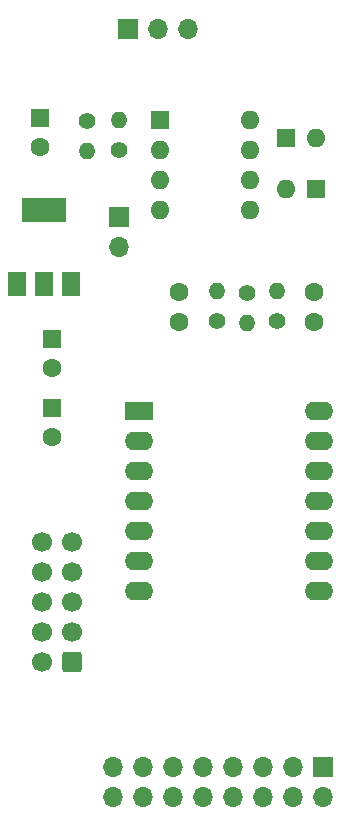
<source format=gts>
%TF.GenerationSoftware,KiCad,Pcbnew,(6.0.1)*%
%TF.CreationDate,2022-10-15T09:01:03-04:00*%
%TF.ProjectId,SYNTH-VCO-DB-03,53594e54-482d-4564-934f-2d44422d3033,1*%
%TF.SameCoordinates,Original*%
%TF.FileFunction,Soldermask,Top*%
%TF.FilePolarity,Negative*%
%FSLAX46Y46*%
G04 Gerber Fmt 4.6, Leading zero omitted, Abs format (unit mm)*
G04 Created by KiCad (PCBNEW (6.0.1)) date 2022-10-15 09:01:03*
%MOMM*%
%LPD*%
G01*
G04 APERTURE LIST*
G04 Aperture macros list*
%AMRoundRect*
0 Rectangle with rounded corners*
0 $1 Rounding radius*
0 $2 $3 $4 $5 $6 $7 $8 $9 X,Y pos of 4 corners*
0 Add a 4 corners polygon primitive as box body*
4,1,4,$2,$3,$4,$5,$6,$7,$8,$9,$2,$3,0*
0 Add four circle primitives for the rounded corners*
1,1,$1+$1,$2,$3*
1,1,$1+$1,$4,$5*
1,1,$1+$1,$6,$7*
1,1,$1+$1,$8,$9*
0 Add four rect primitives between the rounded corners*
20,1,$1+$1,$2,$3,$4,$5,0*
20,1,$1+$1,$4,$5,$6,$7,0*
20,1,$1+$1,$6,$7,$8,$9,0*
20,1,$1+$1,$8,$9,$2,$3,0*%
G04 Aperture macros list end*
%ADD10R,1.700000X1.700000*%
%ADD11O,1.700000X1.700000*%
%ADD12R,1.600000X1.600000*%
%ADD13C,1.600000*%
%ADD14O,1.600000X1.600000*%
%ADD15C,1.400000*%
%ADD16O,1.400000X1.400000*%
%ADD17RoundRect,0.250000X0.600000X0.600000X-0.600000X0.600000X-0.600000X-0.600000X0.600000X-0.600000X0*%
%ADD18C,1.700000*%
%ADD19R,2.400000X1.600000*%
%ADD20O,2.400000X1.600000*%
%ADD21R,1.500000X2.000000*%
%ADD22R,3.800000X2.000000*%
G04 APERTURE END LIST*
D10*
%TO.C,J2*%
X86500000Y-42500000D03*
D11*
X89040000Y-42500000D03*
X91580000Y-42500000D03*
%TD*%
D12*
%TO.C,C11*%
X79000000Y-50000000D03*
D13*
X79000000Y-52500000D03*
%TD*%
D12*
%TO.C,C9*%
X80022000Y-74552888D03*
D13*
X80022000Y-77052888D03*
%TD*%
D12*
%TO.C,D1*%
X99824315Y-51750000D03*
D14*
X102364315Y-51750000D03*
%TD*%
D10*
%TO.C,J1*%
X103000000Y-105000000D03*
D11*
X103000000Y-107540000D03*
X100460000Y-105000000D03*
X100460000Y-107540000D03*
X97920000Y-105000000D03*
X97920000Y-107540000D03*
X95380000Y-105000000D03*
X95380000Y-107540000D03*
X92840000Y-105000000D03*
X92840000Y-107540000D03*
X90300000Y-105000000D03*
X90300000Y-107540000D03*
X87760000Y-105000000D03*
X87760000Y-107540000D03*
X85220000Y-105000000D03*
X85220000Y-107540000D03*
%TD*%
D15*
%TO.C,R3*%
X85750000Y-52720000D03*
D16*
X85750000Y-50180000D03*
%TD*%
D13*
%TO.C,C2*%
X102235000Y-64789990D03*
X102235000Y-67289990D03*
%TD*%
D15*
%TO.C,R5*%
X96520000Y-64820000D03*
D16*
X96520000Y-67360000D03*
%TD*%
D12*
%TO.C,D2*%
X102425686Y-56000000D03*
D14*
X99885686Y-56000000D03*
%TD*%
D12*
%TO.C,U1*%
X89200000Y-50200000D03*
D14*
X89200000Y-52740000D03*
X89200000Y-55280000D03*
X89200000Y-57820000D03*
X96820000Y-57820000D03*
X96820000Y-55280000D03*
X96820000Y-52740000D03*
X96820000Y-50200000D03*
%TD*%
D13*
%TO.C,C3*%
X90805000Y-67290010D03*
X90805000Y-64790010D03*
%TD*%
D17*
%TO.C,J5*%
X81752500Y-96080000D03*
D18*
X79212500Y-96080000D03*
X81752500Y-93540000D03*
X79212500Y-93540000D03*
X81752500Y-91000000D03*
X79212500Y-91000000D03*
X81752500Y-88460000D03*
X79212500Y-88460000D03*
X81752500Y-85920000D03*
X79212500Y-85920000D03*
%TD*%
D19*
%TO.C,U2*%
X87380000Y-74880000D03*
D20*
X87380000Y-77420000D03*
X87380000Y-79960000D03*
X87380000Y-82500000D03*
X87380000Y-85040000D03*
X87380000Y-87580000D03*
X87380000Y-90120000D03*
X102620000Y-90120000D03*
X102620000Y-87580000D03*
X102620000Y-85040000D03*
X102620000Y-82500000D03*
X102620000Y-79960000D03*
X102620000Y-77420000D03*
X102620000Y-74880000D03*
%TD*%
D10*
%TO.C,H1*%
X85725000Y-58415000D03*
D11*
X85725000Y-60955000D03*
%TD*%
D15*
%TO.C,R2*%
X83000000Y-50280000D03*
D16*
X83000000Y-52820000D03*
%TD*%
D15*
%TO.C,R6*%
X93980000Y-67260000D03*
D16*
X93980000Y-64720000D03*
%TD*%
D15*
%TO.C,R4*%
X99060000Y-67260000D03*
D16*
X99060000Y-64720000D03*
%TD*%
D12*
%TO.C,C10*%
X80022000Y-68710888D03*
D13*
X80022000Y-71210888D03*
%TD*%
D21*
%TO.C,U3*%
X77075000Y-64110000D03*
X79375000Y-64110000D03*
X81675000Y-64110000D03*
D22*
X79375000Y-57810000D03*
%TD*%
M02*

</source>
